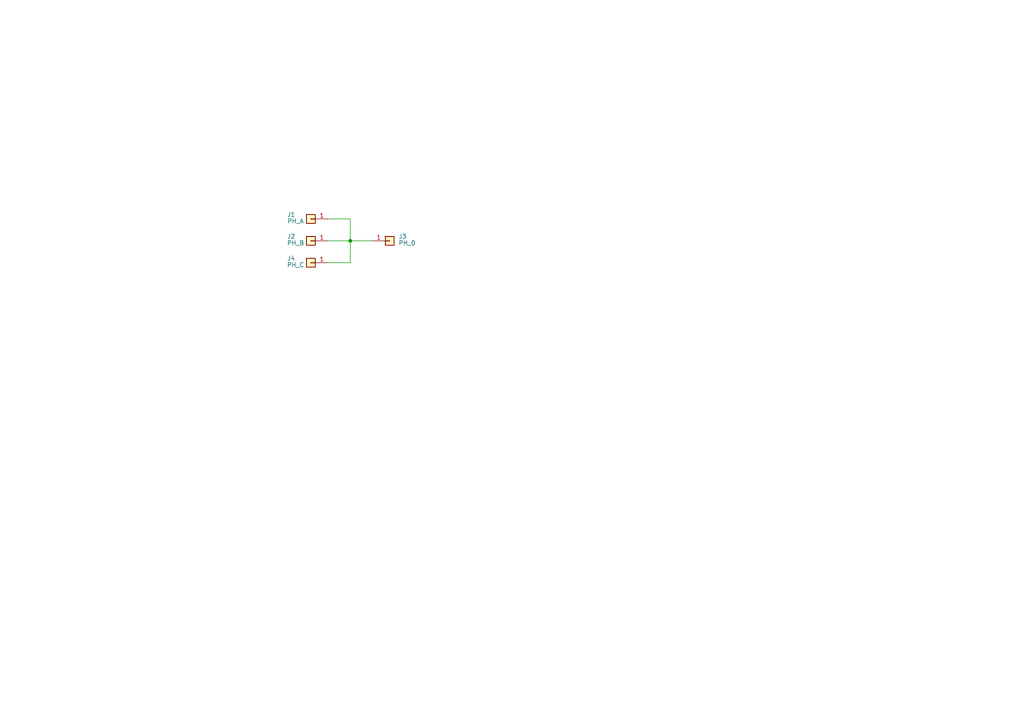
<source format=kicad_sch>
(kicad_sch (version 20211123) (generator eeschema)
  (paper "A4")
  (lib_symbols
    (symbol "Connector_Generic:Conn_01x01" (pin_names (offset 1.016) hide)
      (property "Reference" "J" (at 0 2.54 0))
      (property "Value" "Conn_01x01" (at 0 -2.54 0))
      (symbol "Conn_01x01_1_1"
        (rectangle (start -1.27 0.127) (end 0 -0.127) (stroke (width 0.1524)))
        (rectangle (start -1.27 1.27) (end 1.27 -1.27) (stroke (width 0.254)) (fill (type background)))
        (pin passive line (at -5.08 0 0) (length 3.81) (name "Pin_1") (number "1"))
      )
    )
  )
  (junction (at 101.6 69.85))
  (wire (pts (xy 95.25 69.85) (xy 101.6 69.85)))
  (wire (pts (xy 101.6 76.2) (xy 95.25 76.2)))
  (wire (pts (xy 101.6 63.5) (xy 101.6 69.85)))
  (wire (pts (xy 101.6 69.85) (xy 107.95 69.85)))
  (wire (pts (xy 95.25 63.5) (xy 101.6 63.5)))
  (wire (pts (xy 101.6 69.85) (xy 101.6 76.2)))
  (symbol (lib_id "Connector_Generic:Conn_01x01") (at 90.17 76.2 0) (mirror y) (unit 1)
    (property "Reference" "J4" (at 84.455 74.93 0))
    (property "Value" "PH_C" (at 85.725 76.835 0))
    (property "Footprint" "Connector_Wire:SolderWire-2sqmm_1x01_D2mm_OD3.9mm" (effects hide))
  )
  (symbol (lib_id "Connector_Generic:Conn_01x01") (at 113.03 69.85 0) (unit 1)
    (property "Reference" "J3" (at 115.57 68.58 0) (effects (justify left)))
    (property "Value" "PH_0" (at 115.57 70.485 0) (effects (justify left)))
    (property "Footprint" "Connector_Wire:SolderWire-2sqmm_1x01_D2mm_OD3.9mm" (effects hide))
  )
  (symbol (lib_id "Connector_Generic:Conn_01x01") (at 90.17 69.85 0) (mirror y) (unit 1)
    (property "Reference" "J2" (at 84.455 68.58 0))
    (property "Value" "PH_B" (at 85.725 70.485 0))
    (property "Footprint" "Connector_Wire:SolderWire-2sqmm_1x01_D2mm_OD3.9mm" (effects hide))
  )
  (symbol (lib_id "Connector_Generic:Conn_01x01") (at 90.17 63.5 0) (mirror y) (unit 1)
    (property "Reference" "J1" (at 84.455 62.23 0))
    (property "Value" "PH_A" (at 85.725 64.135 0))
    (property "Footprint" "Connector_Wire:SolderWire-2sqmm_1x01_D2mm_OD3.9mm" (effects hide))
  )
)
</source>
